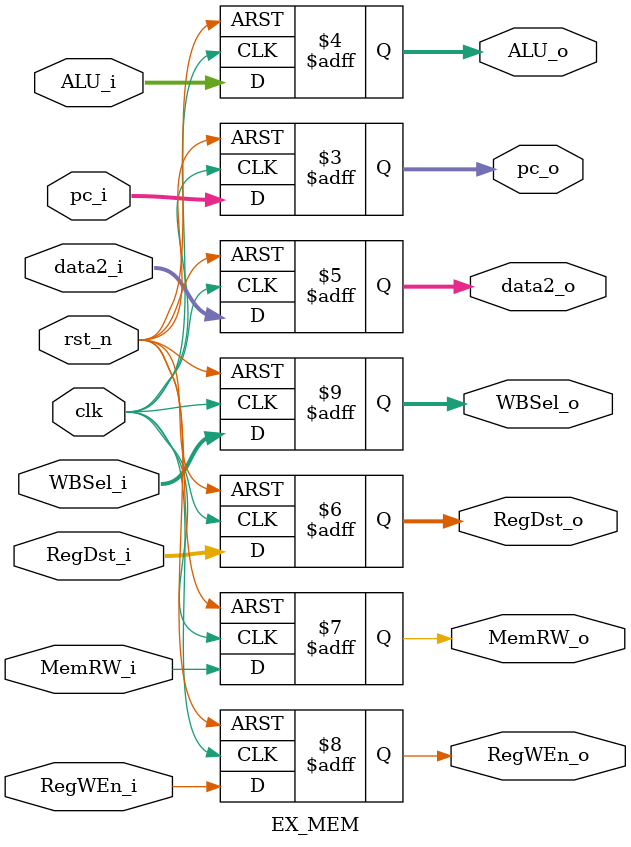
<source format=sv>
module EX_MEM(
    input             clk      ,
    input             rst_n    ,

    input      [31:0] pc_i     ,
    input      [31:0] ALU_i    ,
    input      [31:0] data2_i  ,
    input      [4:0]  RegDst_i ,
    input             MemRW_i  ,
    input             RegWEn_i ,
    input      [1:0]  WBSel_i  ,

    output reg [31:0] pc_o     ,
    output reg [31:0] ALU_o    ,
    output reg [31:0] data2_o  ,
    output reg [4:0]  RegDst_o ,
    output reg        MemRW_o  ,
    output reg        RegWEn_o ,
    output reg [1:0]  WBSel_o  
);

  always@(posedge clk or negedge rst_n) begin
    if(~rst_n) begin
      pc_o     <= 'b0;
      ALU_o    <= 'b0;
      data2_o  <= 'b0;
      RegDst_o <= 'b0;
      MemRW_o  <= 'b0;
      RegWEn_o <= 'b0;
      WBSel_o  <= 'b0;
    end
    else begin
      pc_o     <= pc_i    ;
      ALU_o    <= ALU_i   ;
      data2_o  <= data2_i ;
      RegDst_o <= RegDst_i;
      MemRW_o  <= MemRW_i ;
      RegWEn_o <= RegWEn_i;
      WBSel_o  <= WBSel_i ;
    end
  end

endmodule
</source>
